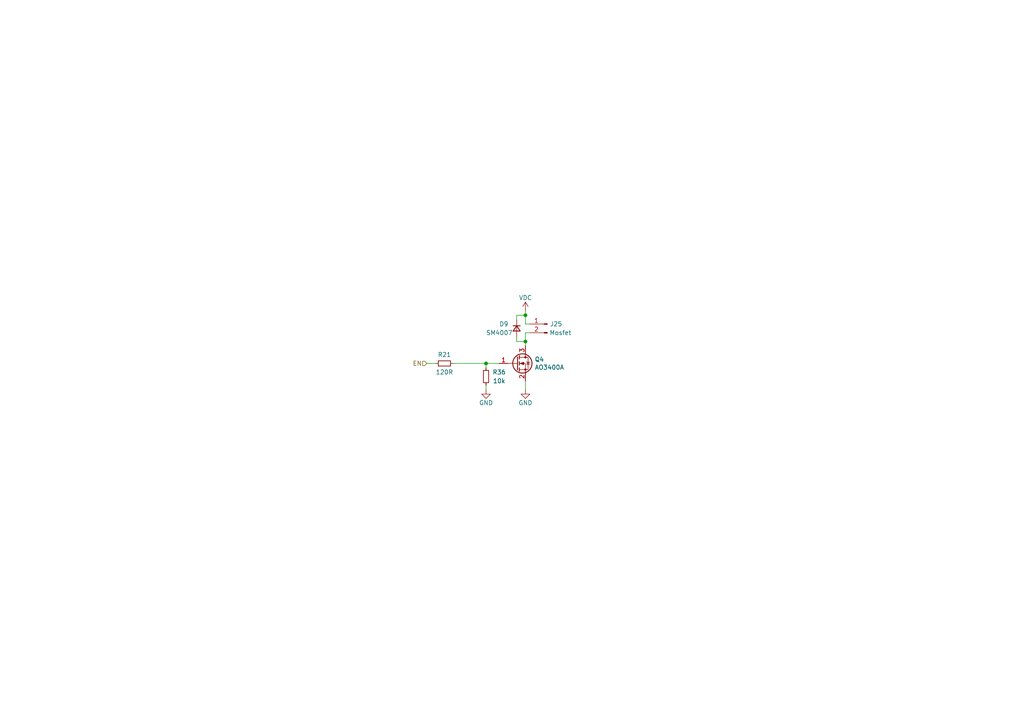
<source format=kicad_sch>
(kicad_sch (version 20231120) (generator "eeschema") (generator_version "8.0")
  (paper "A4")
  (title_block (title "LumenPnP Motherboard") (date "2022-03-29") (rev "003") (company "Opulo"))
  (lib_symbols
    (symbol "Connector:Conn_01x02_Male" (pin_names (offset 1.016) hide)
      (property "Reference" "J" (at 0 2.54 0))
      (property "Value" "Conn_01x02_Male" (at 0 -5.08 0))
      (symbol "Conn_01x02_Male_1_1"
        (polyline (pts (xy 1.27 -2.54) (xy 0.8636 -2.54)) (stroke (width 0.1524)))
        (polyline (pts (xy 1.27 0) (xy 0.8636 0)) (stroke (width 0.1524)))
        (rectangle (start 0.8636 -2.413) (end 0 -2.667) (stroke (width 0.1524)) (fill (type outline)))
        (rectangle (start 0.8636 0.127) (end 0 -0.127) (stroke (width 0.1524)) (fill (type outline)))
        (pin passive line (at 5.08 0 180) (length 3.81) (name "Pin_1") (number "1"))
        (pin passive line (at 5.08 -2.54 180) (length 3.81) (name "Pin_2") (number "2"))
      )
    )
    (symbol "Device:D_Small" (pin_numbers hide) (pin_names (offset 0.254) hide)
      (property "Reference" "D" (at -1.27 2.032 0))
      (property "Value" "D_Small" (at -3.81 -2.032 0))
      (symbol "D_Small_0_1"
        (polyline (pts (xy -0.762 -1.016) (xy -0.762 1.016)) (stroke (width 0.254)))
        (polyline (pts (xy -0.762 0) (xy 0.762 0)))
        (polyline (pts (xy 0.762 -1.016) (xy -0.762 0) (xy 0.762 1.016) (xy 0.762 -1.016)) (stroke (width 0.254)))
      )
      (symbol "D_Small_1_1"
        (pin passive line (at -2.54 0 0) (length 1.778) (name "K") (number "1"))
        (pin passive line (at 2.54 0 180) (length 1.778) (name "A") (number "2"))
      )
    )
    (symbol "Device:R_Small" (pin_numbers hide) (pin_names (offset 0.254) hide)
      (property "Reference" "R" (at 0.762 0.508 0))
      (property "Value" "R_Small" (at 0.762 -1.016 0))
      (symbol "R_Small_0_1"
        (rectangle (start -0.762 1.778) (end 0.762 -1.778) (stroke (width 0.2032)))
      )
      (symbol "R_Small_1_1"
        (pin passive line (at 0 2.54 270) (length 0.762) (name "~") (number "1"))
        (pin passive line (at 0 -2.54 90) (length 0.762) (name "~") (number "2"))
      )
    )
    (symbol "Transistor_FET:AO3400A" (pin_names hide)
      (property "Reference" "Q" (at 5.08 1.905 0))
      (property "Value" "AO3400A" (at 5.08 0 0))
      (symbol "AO3400A_0_1"
        (polyline (pts (xy 0.254 0) (xy -2.54 0)))
        (polyline (pts (xy 0.254 1.905) (xy 0.254 -1.905)) (stroke (width 0.254)))
        (polyline (pts (xy 0.762 -1.27) (xy 0.762 -2.286)) (stroke (width 0.254)))
        (polyline (pts (xy 0.762 0.508) (xy 0.762 -0.508)) (stroke (width 0.254)))
        (polyline (pts (xy 0.762 2.286) (xy 0.762 1.27)) (stroke (width 0.254)))
        (polyline (pts (xy 2.54 2.54) (xy 2.54 1.778)))
        (polyline (pts (xy 2.54 -2.54) (xy 2.54 0) (xy 0.762 0)))
        (polyline (pts (xy 0.762 -1.778) (xy 3.302 -1.778) (xy 3.302 1.778) (xy 0.762 1.778)))
        (polyline (pts (xy 1.016 0) (xy 2.032 0.381) (xy 2.032 -0.381) (xy 1.016 0)) (fill (type outline)))
        (polyline (pts (xy 2.794 0.508) (xy 2.921 0.381) (xy 3.683 0.381) (xy 3.81 0.254)))
        (polyline (pts (xy 3.302 0.381) (xy 2.921 -0.254) (xy 3.683 -0.254) (xy 3.302 0.381)))
        (circle (center 1.651 0) (radius 2.794) (stroke (width 0.254)))
        (circle (center 2.54 -1.778) (radius 0.254) (fill (type outline)))
        (circle (center 2.54 1.778) (radius 0.254) (fill (type outline)))
      )
      (symbol "AO3400A_1_1"
        (pin input line (at -5.08 0 0) (length 2.54) (name "G") (number "1"))
        (pin passive line (at 2.54 -5.08 90) (length 2.54) (name "S") (number "2"))
        (pin passive line (at 2.54 5.08 270) (length 2.54) (name "D") (number "3"))
      )
    )
    (symbol "power:GND" (power) (pin_names (offset 0))
      (property "Value" "GND" (at 0 -3.81 0))
      (symbol "GND_0_1"
        (polyline (pts (xy 0 0) (xy 0 -1.27) (xy 1.27 -1.27) (xy 0 -2.54) (xy -1.27 -1.27) (xy 0 -1.27)))
      )
      (symbol "GND_1_1"
        (pin power_in line (at 0 0 270) (length 0) hide (name "GND") (number "1"))
      )
    )
    (symbol "power:VDC" (power) (pin_names (offset 0))
      (property "Value" "VDC" (at 0 6.35 0))
      (symbol "VDC_0_1"
        (polyline (pts (xy -0.762 1.27) (xy 0 2.54)))
        (polyline (pts (xy 0 0) (xy 0 2.54)))
        (polyline (pts (xy 0 2.54) (xy 0.762 1.27)))
      )
      (symbol "VDC_1_1"
        (pin power_in line (at 0 0 90) (length 0) hide (name "VDC") (number "1"))
      )
    )
  )
  (junction (at 152.4 91.44))
  (junction (at 140.97 105.41))
  (junction (at 152.4 99.06))
  (wire (pts (xy 152.4 90.17) (xy 152.4 91.44)))
  (wire (pts (xy 140.97 105.41) (xy 144.78 105.41)))
  (wire (pts (xy 152.4 96.52) (xy 152.4 99.06)))
  (wire (pts (xy 152.4 99.06) (xy 152.4 100.33)))
  (wire (pts (xy 149.86 97.79) (xy 149.86 99.06)))
  (wire (pts (xy 149.86 99.06) (xy 152.4 99.06)))
  (wire (pts (xy 153.67 93.98) (xy 152.4 93.98)))
  (wire (pts (xy 149.86 92.71) (xy 149.86 91.44)))
  (wire (pts (xy 152.4 93.98) (xy 152.4 91.44)))
  (wire (pts (xy 152.4 110.49) (xy 152.4 113.03)))
  (wire (pts (xy 140.97 111.76) (xy 140.97 113.03)))
  (wire (pts (xy 153.67 96.52) (xy 152.4 96.52)))
  (wire (pts (xy 123.825 105.41) (xy 126.365 105.41)))
  (wire (pts (xy 140.97 106.68) (xy 140.97 105.41)))
  (wire (pts (xy 149.86 91.44) (xy 152.4 91.44)))
  (wire (pts (xy 131.445 105.41) (xy 140.97 105.41)))
  (hierarchical_label "EN" (shape input) (at 123.825 105.41 180))
  (symbol (lib_id "Connector:Conn_01x02_Male") (at 158.75 93.98 0) (mirror y) (unit 1)
    (property "Reference" "J22" (at 161.29 93.98 0))
    (property "Value" "Mosfet" (at 162.56 96.52 0))
    (property "Footprint" "Connector_JST:JST_XH_B2B-XH-A_1x02_P2.50mm_Vertical" (effects (hide yes)))
    (property "JLCPCB" "C20079" (effects (hide yes)))
    (property "LCSC" "C20079" (effects (hide yes)))
    (property "Digikey" "455-2247-ND" (effects (hide yes)))
    (instances (project "mobo" (path "" (reference "J25") (unit 1)) (path "" (reference "J23") (unit 1)) (path "" (reference "J24") (unit 1)) (path "" (reference "J22") (unit 1))))
  )
  (symbol (lib_id "Transistor_FET:AO3400A") (at 149.86 105.41 0) (unit 1)
    (property "Reference" "Q1" (at 155.067 104.2416 0) (effects (justify left)))
    (property "Value" "AO3400A" (at 155.067 106.553 0) (effects (justify left)))
    (property "Footprint" "Package_TO_SOT_SMD:SOT-23" (effects (hide yes)))
    (property "Datasheet" "http://www.aosmd.com/pdfs/datasheet/AO3400A.pdf" (effects (hide yes)))
    (property "Mouser" "942-IRLML6344TRPBF" (effects (hide yes)))
    (property "LCSC" "C427382" (effects (hide yes)))
    (property "JLCPCB" "C332101" (effects (hide yes)))
    (property "Digikey" "IRLML6344TRPBFCT-ND" (effects (hide yes)))
    (property "Notes" "30V/5A" (effects (hide yes)))
    (instances (project "mobo" (path "" (reference "Q4") (unit 1)) (path "" (reference "Q2") (unit 1)) (path "" (reference "Q3") (unit 1)) (path "" (reference "Q1") (unit 1))))
  )
  (symbol (lib_id "power:GND") (at 152.4 113.03 0) (mirror y) (unit 1)
    (property "Reference" "#PWR0188" (effects (hide yes)))
    (property "Value" "GND" (at 152.4 116.84 0))
    (instances (project "mobo" (path "" (reference "#PWR0194") (unit 1)) (path "" (reference "#PWR0190") (unit 1)) (path "" (reference "#PWR0192") (unit 1)) (path "" (reference "#PWR0188") (unit 1))))
  )
  (symbol (lib_id "Device:R_Small") (at 140.97 109.22 180) (unit 1)
    (property "Reference" "R30" (at 144.78 107.95 0))
    (property "Value" "10k" (at 144.78 110.49 0))
    (property "Footprint" "Resistor_SMD:R_0805_2012Metric" (effects (hide yes)))
    (property "Datasheet" "https://www.vishay.com/docs/20035/dcrcwe3.pdf" (effects (hide yes)))
    (property "JLCPCB" "C4360" (effects (hide yes)))
    (property "LCSC" "C139879" (effects (hide yes)))
    (property "Digikey" "541-36.0KCCT-ND" (effects (hide yes)))
    (property "Mouser" "71-CRCW080536K0FKEA" (effects (hide yes)))
    (property "Notes" "125mW/1%" (effects (hide yes)))
    (instances (project "mobo" (path "" (reference "R36") (unit 1)) (path "" (reference "R32") (unit 1)) (path "" (reference "R34") (unit 1)) (path "" (reference "R30") (unit 1))))
  )
  (symbol (lib_id "Device:D_Small") (at 149.86 95.25 270) (unit 1)
    (property "Reference" "D6" (at 144.78 93.98 90) (effects (justify left)))
    (property "Value" "SM4007" (at 140.97 96.52 90) (effects (justify left)))
    (property "Footprint" "Diode_SMD:D_SOD-123F" (effects (hide yes)))
    (property "Datasheet" "http://cdn-reichelt.de/documents/datenblatt/A400/SMD1N400%23DIO.pdf" (effects (hide yes)))
    (property "JLCPCB" "C64898" (effects (hide yes)))
    (property "LCSC" "C64898" (effects (hide yes)))
    (property "Digikey" "SM4007PL-TPMSCT-ND" (effects (hide yes)))
    (property "Mouser" "833-SM4007PL-TP" (effects (hide yes)))
    (property "Notes" "100V/1A" (effects (hide yes)))
    (instances (project "mobo" (path "" (reference "D9") (unit 1)) (path "" (reference "D7") (unit 1)) (path "" (reference "D8") (unit 1)) (path "" (reference "D6") (unit 1))))
  )
  (symbol (lib_id "power:VDC") (at 152.4 90.17 0) (unit 1)
    (property "Reference" "#PWR0187" (effects (hide yes)))
    (property "Value" "VDC" (at 152.4 86.36 0))
    (instances (project "mobo" (path "" (reference "#PWR0193") (unit 1)) (path "" (reference "#PWR0189") (unit 1)) (path "" (reference "#PWR0191") (unit 1)) (path "" (reference "#PWR0187") (unit 1))))
  )
  (symbol (lib_id "power:GND") (at 140.97 113.03 0) (unit 1)
    (property "Reference" "#PWR0106" (effects (hide yes)))
    (property "Value" "GND" (at 140.97 116.84 0))
    (instances (project "mobo" (path "" (reference "#PWR0104") (unit 1)) (path "" (reference "#PWR0101") (unit 1)) (path "" (reference "#PWR0102") (unit 1)) (path "" (reference "#PWR0106") (unit 1))))
  )
  (symbol (lib_id "Device:R_Small") (at 128.905 105.41 270) (unit 1)
    (property "Reference" "R22" (at 128.905 102.87 90))
    (property "Value" "120R" (at 128.905 107.95 90))
    (property "Footprint" "Resistor_SMD:R_0805_2012Metric" (effects (hide yes)))
    (property "Datasheet" "https://www.vishay.com/docs/20035/dcrcwe3.pdf" (effects (hide yes)))
    (property "JLCPCB" "C4360" (effects (hide yes)))
    (property "LCSC" "C139879" (effects (hide yes)))
    (property "Digikey" "541-36.0KCCT-ND" (effects (hide yes)))
    (property "Mouser" "71-CRCW080536K0FKEA" (effects (hide yes)))
    (property "Notes" "125mW/1%" (effects (hide yes)))
    (instances (project "mobo" (path "" (reference "R21") (unit 1)) (path "" (reference "R18") (unit 1)) (path "" (reference "R20") (unit 1)) (path "" (reference "R22") (unit 1))))
  )
)
</source>
